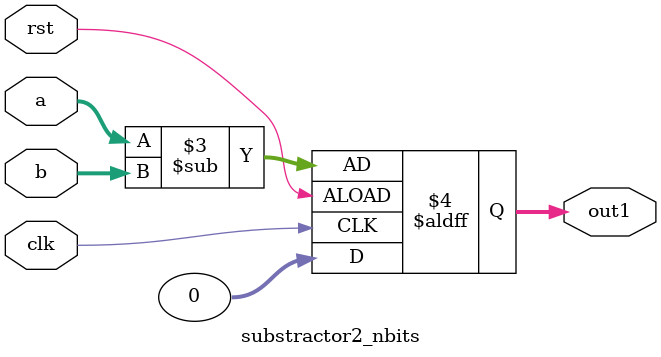
<source format=v>
module substractor2_nbits #(parameter n = 32)( 
	input wire clk,
	input wire rst,
	input wire [n-1:0] a,
	input wire [n-1:0] b,
	output reg [n-1:0] out1
	);
	
always @(posedge clk or posedge rst) begin
	if (!rst) begin
		out1 <= {n{1'b0}};
	end else begin
	out1 <= $signed(a) - $signed(b);
	end
end
endmodule
</source>
